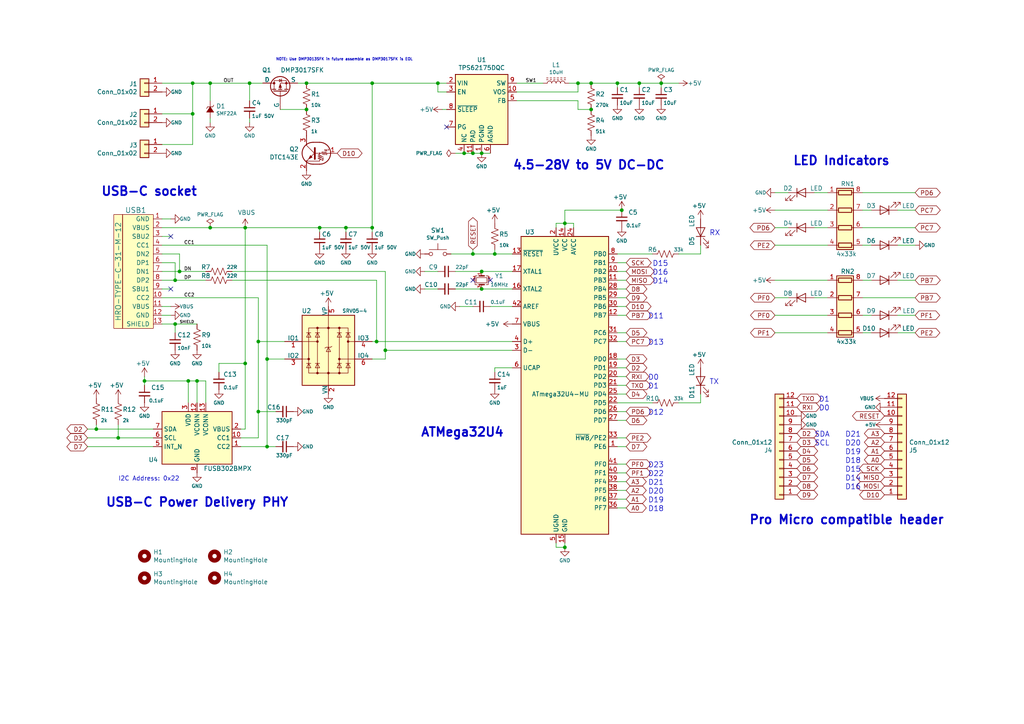
<source format=kicad_sch>
(kicad_sch (version 20211123) (generator eeschema)
  (paper "A4")
  (junction (at 55.88 24.13))
  (junction (at 134.62 44.45))
  (junction (at 72.39 24.13))
  (junction (at 54.61 110.49))
  (junction (at 109.22 99.06))
  (junction (at 167.64 24.13))
  (junction (at 179.07 24.13))
  (junction (at 163.83 158.75))
  (junction (at 127 24.13))
  (junction (at 180.34 60.96))
  (junction (at 50.8 93.98))
  (junction (at 34.29 127))
  (junction (at 139.7 83.82))
  (junction (at 77.47 104.14))
  (junction (at 191.77 24.13))
  (junction (at 41.91 110.49))
  (junction (at 139.7 78.74))
  (junction (at 163.83 64.77))
  (junction (at 74.93 119.38))
  (junction (at 60.96 66.04))
  (junction (at 139.7 44.45))
  (junction (at 137.16 44.45))
  (junction (at 107.95 24.13))
  (junction (at 100.33 66.04))
  (junction (at 52.07 78.74))
  (junction (at 50.8 81.28))
  (junction (at 60.96 24.13))
  (junction (at 92.71 66.04))
  (junction (at 137.16 73.66))
  (junction (at 171.45 31.75))
  (junction (at 77.47 129.54))
  (junction (at 57.15 110.49))
  (junction (at 55.88 33.02))
  (junction (at 171.45 24.13))
  (junction (at 107.95 66.04))
  (junction (at 111.76 101.6))
  (junction (at 185.42 24.13))
  (junction (at 143.51 73.66))
  (junction (at 71.12 105.41))
  (junction (at 74.93 99.06))
  (junction (at 88.9 24.13))
  (junction (at 27.94 124.46))
  (junction (at 88.9 31.75))
  (junction (at 71.12 66.04))
  (no_connect (at 129.54 36.83))
  (no_connect (at 49.53 83.82))
  (no_connect (at 49.53 68.58))
  (no_connect (at 137.16 81.28))
  (no_connect (at 142.24 81.28))
  (wire (pts (xy 69.85 127) (xy 74.93 127)))
  (wire (pts (xy 46.99 71.12) (xy 77.47 71.12)))
  (wire (pts (xy 127 78.74) (xy 123.19 78.74)))
  (wire (pts (xy 77.47 104.14) (xy 77.47 71.12)))
  (wire (pts (xy 46.99 66.04) (xy 60.96 66.04)))
  (wire (pts (xy 67.31 81.28) (xy 109.22 81.28)))
  (wire (pts (xy 137.16 73.66) (xy 130.81 73.66)))
  (wire (pts (xy 166.37 64.77) (xy 163.83 64.77)))
  (wire (pts (xy 49.53 88.9) (xy 46.99 88.9)))
  (wire (pts (xy 63.5 105.41) (xy 71.12 105.41)))
  (wire (pts (xy 179.07 83.82) (xy 181.61 83.82)))
  (wire (pts (xy 191.77 24.13) (xy 196.85 24.13)))
  (wire (pts (xy 50.8 96.52) (xy 50.8 93.98)))
  (wire (pts (xy 127 26.67) (xy 127 24.13)))
  (wire (pts (xy 252.73 91.44) (xy 250.19 91.44)))
  (wire (pts (xy 34.29 123.19) (xy 34.29 127)))
  (wire (pts (xy 92.71 67.31) (xy 92.71 66.04)))
  (wire (pts (xy 69.85 124.46) (xy 71.12 124.46)))
  (wire (pts (xy 71.12 105.41) (xy 71.12 66.04)))
  (wire (pts (xy 163.83 60.96) (xy 163.83 64.77)))
  (wire (pts (xy 161.29 158.75) (xy 161.29 157.48)))
  (wire (pts (xy 49.53 83.82) (xy 46.99 83.82)))
  (wire (pts (xy 46.99 24.13) (xy 55.88 24.13)))
  (wire (pts (xy 82.55 104.14) (xy 77.47 104.14)))
  (wire (pts (xy 44.45 127) (xy 34.29 127)))
  (wire (pts (xy 265.43 60.96) (xy 260.35 60.96)))
  (wire (pts (xy 240.03 66.04) (xy 236.22 66.04)))
  (wire (pts (xy 185.42 24.13) (xy 191.77 24.13)))
  (wire (pts (xy 77.47 129.54) (xy 69.85 129.54)))
  (wire (pts (xy 67.31 78.74) (xy 111.76 78.74)))
  (wire (pts (xy 167.64 26.67) (xy 167.64 24.13)))
  (wire (pts (xy 191.77 24.13) (xy 191.77 25.4)))
  (wire (pts (xy 27.94 124.46) (xy 25.4 124.46)))
  (wire (pts (xy 82.55 99.06) (xy 74.93 99.06)))
  (wire (pts (xy 149.86 29.21) (xy 167.64 29.21)))
  (wire (pts (xy 179.07 109.22) (xy 181.61 109.22)))
  (wire (pts (xy 179.07 86.36) (xy 181.61 86.36)))
  (wire (pts (xy 179.07 91.44) (xy 181.61 91.44)))
  (wire (pts (xy 46.99 93.98) (xy 50.8 93.98)))
  (wire (pts (xy 80.01 119.38) (xy 74.93 119.38)))
  (wire (pts (xy 129.54 26.67) (xy 127 26.67)))
  (wire (pts (xy 179.07 104.14) (xy 181.61 104.14)))
  (wire (pts (xy 137.16 73.66) (xy 137.16 72.39)))
  (wire (pts (xy 49.53 63.5) (xy 46.99 63.5)))
  (wire (pts (xy 107.95 104.14) (xy 111.76 104.14)))
  (wire (pts (xy 143.51 72.39) (xy 143.51 73.66)))
  (wire (pts (xy 196.85 116.84) (xy 203.2 116.84)))
  (wire (pts (xy 34.29 127) (xy 25.4 127)))
  (wire (pts (xy 148.59 106.68) (xy 143.51 106.68)))
  (wire (pts (xy 57.15 110.49) (xy 59.69 110.49)))
  (wire (pts (xy 179.07 134.62) (xy 181.61 134.62)))
  (wire (pts (xy 41.91 110.49) (xy 41.91 111.76)))
  (wire (pts (xy 236.22 86.36) (xy 240.03 86.36)))
  (wire (pts (xy 171.45 24.13) (xy 179.07 24.13)))
  (wire (pts (xy 25.4 129.54) (xy 44.45 129.54)))
  (wire (pts (xy 60.96 29.21) (xy 60.96 24.13)))
  (wire (pts (xy 179.07 116.84) (xy 189.23 116.84)))
  (wire (pts (xy 111.76 78.74) (xy 111.76 101.6)))
  (wire (pts (xy 161.29 64.77) (xy 161.29 66.04)))
  (wire (pts (xy 60.96 34.29) (xy 60.96 35.56)))
  (wire (pts (xy 107.95 67.31) (xy 107.95 66.04)))
  (wire (pts (xy 46.99 73.66) (xy 52.07 73.66)))
  (wire (pts (xy 107.95 24.13) (xy 127 24.13)))
  (wire (pts (xy 179.07 114.3) (xy 181.61 114.3)))
  (wire (pts (xy 54.61 110.49) (xy 54.61 116.84)))
  (wire (pts (xy 100.33 67.31) (xy 100.33 66.04)))
  (wire (pts (xy 92.71 66.04) (xy 100.33 66.04)))
  (wire (pts (xy 179.07 142.24) (xy 181.61 142.24)))
  (wire (pts (xy 139.7 83.82) (xy 148.59 83.82)))
  (wire (pts (xy 134.62 44.45) (xy 132.08 44.45)))
  (wire (pts (xy 148.59 73.66) (xy 143.51 73.66)))
  (wire (pts (xy 59.69 110.49) (xy 59.69 116.84)))
  (wire (pts (xy 46.99 33.02) (xy 55.88 33.02)))
  (wire (pts (xy 55.88 24.13) (xy 60.96 24.13)))
  (wire (pts (xy 148.59 88.9) (xy 142.24 88.9)))
  (wire (pts (xy 41.91 110.49) (xy 54.61 110.49)))
  (wire (pts (xy 185.42 25.4) (xy 185.42 24.13)))
  (wire (pts (xy 265.43 55.88) (xy 250.19 55.88)))
  (wire (pts (xy 77.47 104.14) (xy 77.47 129.54)))
  (wire (pts (xy 134.62 44.45) (xy 137.16 44.45)))
  (wire (pts (xy 46.99 78.74) (xy 52.07 78.74)))
  (wire (pts (xy 179.07 96.52) (xy 181.61 96.52)))
  (wire (pts (xy 143.51 106.68) (xy 143.51 107.95)))
  (wire (pts (xy 111.76 101.6) (xy 111.76 104.14)))
  (wire (pts (xy 71.12 124.46) (xy 71.12 105.41)))
  (wire (pts (xy 52.07 73.66) (xy 52.07 78.74)))
  (wire (pts (xy 52.07 78.74) (xy 59.69 78.74)))
  (wire (pts (xy 224.79 81.28) (xy 240.03 81.28)))
  (wire (pts (xy 57.15 93.98) (xy 50.8 93.98)))
  (wire (pts (xy 59.69 81.28) (xy 50.8 81.28)))
  (wire (pts (xy 260.35 96.52) (xy 265.43 96.52)))
  (wire (pts (xy 179.07 25.4) (xy 179.07 24.13)))
  (wire (pts (xy 49.53 91.44) (xy 46.99 91.44)))
  (wire (pts (xy 50.8 76.2) (xy 50.8 81.28)))
  (wire (pts (xy 46.99 81.28) (xy 50.8 81.28)))
  (wire (pts (xy 57.15 110.49) (xy 57.15 116.84)))
  (wire (pts (xy 46.99 76.2) (xy 50.8 76.2)))
  (wire (pts (xy 224.79 91.44) (xy 240.03 91.44)))
  (wire (pts (xy 179.07 76.2) (xy 181.61 76.2)))
  (wire (pts (xy 179.07 73.66) (xy 189.23 73.66)))
  (wire (pts (xy 74.93 99.06) (xy 74.93 86.36)))
  (wire (pts (xy 224.79 71.12) (xy 240.03 71.12)))
  (wire (pts (xy 148.59 99.06) (xy 109.22 99.06)))
  (wire (pts (xy 163.83 158.75) (xy 161.29 158.75)))
  (wire (pts (xy 179.07 121.92) (xy 181.61 121.92)))
  (wire (pts (xy 163.83 158.75) (xy 163.83 157.48)))
  (wire (pts (xy 179.07 88.9) (xy 181.61 88.9)))
  (wire (pts (xy 224.79 60.96) (xy 240.03 60.96)))
  (wire (pts (xy 44.45 124.46) (xy 27.94 124.46)))
  (wire (pts (xy 224.79 96.52) (xy 240.03 96.52)))
  (wire (pts (xy 107.95 99.06) (xy 109.22 99.06)))
  (wire (pts (xy 139.7 83.82) (xy 132.08 83.82)))
  (wire (pts (xy 49.53 68.58) (xy 46.99 68.58)))
  (wire (pts (xy 143.51 73.66) (xy 137.16 73.66)))
  (wire (pts (xy 109.22 81.28) (xy 109.22 99.06)))
  (wire (pts (xy 72.39 29.21) (xy 72.39 24.13)))
  (wire (pts (xy 179.07 106.68) (xy 181.61 106.68)))
  (wire (pts (xy 228.6 66.04) (xy 224.79 66.04)))
  (wire (pts (xy 86.36 24.13) (xy 88.9 24.13)))
  (wire (pts (xy 148.59 101.6) (xy 111.76 101.6)))
  (wire (pts (xy 166.37 66.04) (xy 166.37 64.77)))
  (wire (pts (xy 180.34 60.96) (xy 163.83 60.96)))
  (wire (pts (xy 41.91 110.49) (xy 41.91 109.22)))
  (wire (pts (xy 137.16 88.9) (xy 133.35 88.9)))
  (wire (pts (xy 167.64 31.75) (xy 167.64 29.21)))
  (wire (pts (xy 167.64 24.13) (xy 171.45 24.13)))
  (wire (pts (xy 54.61 110.49) (xy 57.15 110.49)))
  (wire (pts (xy 265.43 86.36) (xy 250.19 86.36)))
  (wire (pts (xy 179.07 144.78) (xy 181.61 144.78)))
  (wire (pts (xy 139.7 44.45) (xy 142.24 44.45)))
  (wire (pts (xy 228.6 55.88) (xy 224.79 55.88)))
  (wire (pts (xy 179.07 99.06) (xy 181.61 99.06)))
  (wire (pts (xy 149.86 24.13) (xy 157.48 24.13)))
  (wire (pts (xy 252.73 96.52) (xy 250.19 96.52)))
  (wire (pts (xy 167.64 31.75) (xy 171.45 31.75)))
  (wire (pts (xy 129.54 24.13) (xy 127 24.13)))
  (wire (pts (xy 71.12 66.04) (xy 92.71 66.04)))
  (wire (pts (xy 179.07 81.28) (xy 181.61 81.28)))
  (wire (pts (xy 179.07 139.7) (xy 181.61 139.7)))
  (wire (pts (xy 60.96 24.13) (xy 72.39 24.13)))
  (wire (pts (xy 179.07 127) (xy 181.61 127)))
  (wire (pts (xy 250.19 66.04) (xy 265.43 66.04)))
  (wire (pts (xy 250.19 81.28) (xy 252.73 81.28)))
  (wire (pts (xy 139.7 78.74) (xy 148.59 78.74)))
  (wire (pts (xy 60.96 66.04) (xy 71.12 66.04)))
  (wire (pts (xy 107.95 24.13) (xy 107.95 66.04)))
  (wire (pts (xy 63.5 107.95) (xy 63.5 105.41)))
  (wire (pts (xy 240.03 55.88) (xy 236.22 55.88)))
  (wire (pts (xy 88.9 24.13) (xy 107.95 24.13)))
  (wire (pts (xy 163.83 64.77) (xy 161.29 64.77)))
  (wire (pts (xy 139.7 78.74) (xy 132.08 78.74)))
  (wire (pts (xy 74.93 127) (xy 74.93 119.38)))
  (wire (pts (xy 167.64 24.13) (xy 165.1 24.13)))
  (wire (pts (xy 137.16 44.45) (xy 139.7 44.45)))
  (wire (pts (xy 179.07 119.38) (xy 181.61 119.38)))
  (wire (pts (xy 46.99 41.91) (xy 55.88 41.91)))
  (wire (pts (xy 265.43 91.44) (xy 260.35 91.44)))
  (wire (pts (xy 179.07 147.32) (xy 181.61 147.32)))
  (wire (pts (xy 179.07 129.54) (xy 181.61 129.54)))
  (wire (pts (xy 252.73 71.12) (xy 250.19 71.12)))
  (wire (pts (xy 74.93 119.38) (xy 74.93 99.06)))
  (wire (pts (xy 179.07 111.76) (xy 181.61 111.76)))
  (wire (pts (xy 149.86 26.67) (xy 167.64 26.67)))
  (wire (pts (xy 179.07 24.13) (xy 185.42 24.13)))
  (wire (pts (xy 81.28 31.75) (xy 88.9 31.75)))
  (wire (pts (xy 196.85 73.66) (xy 203.2 73.66)))
  (wire (pts (xy 127 83.82) (xy 123.19 83.82)))
  (wire (pts (xy 27.94 123.19) (xy 27.94 124.46)))
  (wire (pts (xy 203.2 71.12) (xy 203.2 73.66)))
  (wire (pts (xy 179.07 78.74) (xy 181.61 78.74)))
  (wire (pts (xy 179.07 137.16) (xy 181.61 137.16)))
  (wire (pts (xy 203.2 114.3) (xy 203.2 116.84)))
  (wire (pts (xy 72.39 35.56) (xy 72.39 34.29)))
  (wire (pts (xy 265.43 71.12) (xy 260.35 71.12)))
  (wire (pts (xy 252.73 60.96) (xy 250.19 60.96)))
  (wire (pts (xy 163.83 66.04) (xy 163.83 64.77)))
  (wire (pts (xy 55.88 24.13) (xy 55.88 33.02)))
  (wire (pts (xy 72.39 24.13) (xy 76.2 24.13)))
  (wire (pts (xy 100.33 66.04) (xy 107.95 66.04)))
  (wire (pts (xy 224.79 86.36) (xy 228.6 86.36)))
  (wire (pts (xy 55.88 33.02) (xy 55.88 41.91)))
  (wire (pts (xy 129.54 31.75) (xy 128.27 31.75)))
  (wire (pts (xy 46.99 86.36) (xy 74.93 86.36)))
  (wire (pts (xy 80.01 129.54) (xy 77.47 129.54)))
  (wire (pts (xy 260.35 81.28) (xy 265.43 81.28)))
  (text "D21" (at 187.96 140.97 0) (effects (font (size 1.524 1.524)) (justify left bottom)))
  (text "D23" (at 187.96 135.89 0) (effects (font (size 1.524 1.524)) (justify left bottom)))
  (text "I2C Address: 0x22" (at 34.29 139.7 0) (effects (font (size 1.27 1.27)) (justify left bottom)))
  (text "D18" (at 245.11 134.62 0) (effects (font (size 1.524 1.524)) (justify left bottom)))
  (text "SCL" (at 236.22 129.54 0) (effects (font (size 1.524 1.524)) (justify left bottom)))
  (text "D15" (at 245.11 137.16 0) (effects (font (size 1.524 1.524)) (justify left bottom)))
  (text "USB-C socket" (at 29.21 57.15 0) (effects (font (size 2.54 2.54) (thickness 0.508) bold) (justify left bottom)))
  (text "D16" (at 245.11 142.24 0) (effects (font (size 1.524 1.524)) (justify left bottom)))
  (text "D12" (at 187.96 120.65 0) (effects (font (size 1.524 1.524)) (justify left bottom)))
  (text "D1" (at 187.96 113.03 0) (effects (font (size 1.524 1.524)) (justify left bottom)))
  (text "D20" (at 245.11 129.54 0) (effects (font (size 1.524 1.524)) (justify left bottom)))
  (text "D14" (at 189.23 82.55 0) (effects (font (size 1.524 1.524)) (justify left bottom)))
  (text "D20" (at 187.96 143.51 0) (effects (font (size 1.524 1.524)) (justify left bottom)))
  (text "D11" (at 187.96 92.71 0) (effects (font (size 1.524 1.524)) (justify left bottom)))
  (text "ATMega32U4" (at 121.92 127 0) (effects (font (size 2.54 2.54) (thickness 0.508) bold) (justify left bottom)))
  (text "Pro Micro compatible header" (at 217.17 152.4 0) (effects (font (size 2.54 2.54) (thickness 0.508) bold) (justify left bottom)))
  (text "D13" (at 187.96 100.33 0) (effects (font (size 1.524 1.524)) (justify left bottom)))
  (text "4.5-28V to 5V DC-DC" (at 148.59 49.53 0) (effects (font (size 2.54 2.54) (thickness 0.508) bold) (justify left bottom)))
  (text "D19" (at 187.96 146.05 0) (effects (font (size 1.524 1.524)) (justify left bottom)))
  (text "D0" (at 187.96 110.49 0) (effects (font (size 1.524 1.524)) (justify left bottom)))
  (text "D21" (at 245.11 127 0) (effects (font (size 1.524 1.524)) (justify left bottom)))
  (text "D1" (at 237.49 116.84 0) (effects (font (size 1.524 1.524)) (justify left bottom)))
  (text "D14" (at 245.11 139.7 0) (effects (font (size 1.524 1.524)) (justify left bottom)))
  (text "SDA" (at 236.22 127 0) (effects (font (size 1.524 1.524)) (justify left bottom)))
  (text "NOTE: Use DMP3013SFK in future assemble as DMP3017SFK is EOL" (at 80.01 17.78 0) (effects (font (size 0.762 0.762)) (justify left bottom)))
  (text "D0" (at 237.49 119.38 0) (effects (font (size 1.524 1.524)) (justify left bottom)))
  (text "RX" (at 205.74 68.58 0) (effects (font (size 1.524 1.524)) (justify left bottom)))
  (text "TX" (at 205.74 111.76 0) (effects (font (size 1.524 1.524)) (justify left bottom)))
  (text "D18" (at 187.96 148.59 0) (effects (font (size 1.524 1.524)) (justify left bottom)))
  (text "LED Indicators" (at 229.87 48.26 0) (effects (font (size 2.54 2.54) (thickness 0.508) bold) (justify left bottom)))
  (text "D16" (at 189.23 80.01 0) (effects (font (size 1.524 1.524)) (justify left bottom)))
  (text "D15" (at 189.23 77.47 0) (effects (font (size 1.524 1.524)) (justify left bottom)))
  (text "D22" (at 187.96 138.43 0) (effects (font (size 1.524 1.524)) (justify left bottom)))
  (text "D19" (at 245.11 132.08 0) (effects (font (size 1.524 1.524)) (justify left bottom)))
  (text "USB-C Power Delivery PHY" (at 83.82 147.32 180) (effects (font (size 2.54 2.54) (thickness 0.508) bold) (justify right bottom)))
  (label "CC2" (at 53.34 86.36 0) (effects (font (size 0.9906 0.9906))))
  (label "SHIELD" (at 52.07 93.98 0) (effects (font (size 0.7874 0.7874))))
  (label "DP" (at 53.34 81.28 0) (effects (font (size 0.9906 0.9906))))
  (label "OUT" (at 64.77 24.13 0) (effects (font (size 0.9906 0.9906))))
  (label "CC1" (at 53.34 71.12 0) (effects (font (size 0.9906 0.9906))))
  (label "SW1" (at 152.4 24.13 0) (effects (font (size 0.9906 0.9906))))
  (label "DN" (at 53.34 78.74 0) (effects (font (size 0.9906 0.9906))))
  (global_label "PF0" (shape bidirectional) (at 224.79 86.36 180) (property "Intersheet References" "${INTERSHEET_REFS}" (effects hide)))
  (global_label "MOSI" (shape bidirectional) (at 256.54 140.97 180) (property "Intersheet References" "${INTERSHEET_REFS}" (effects hide)))
  (global_label "A0" (shape bidirectional) (at 181.61 147.32 0) (property "Intersheet References" "${INTERSHEET_REFS}" (effects hide)))
  (global_label "A0" (shape bidirectional) (at 256.54 133.35 180) (property "Intersheet References" "${INTERSHEET_REFS}" (effects hide)))
  (global_label "PC7" (shape bidirectional) (at 265.43 66.04 0) (property "Intersheet References" "${INTERSHEET_REFS}" (effects hide)))
  (global_label "TXO" (shape bidirectional) (at 231.14 115.57 0) (property "Intersheet References" "${INTERSHEET_REFS}" (effects hide)))
  (global_label "PE2" (shape bidirectional) (at 224.79 71.12 180) (property "Intersheet References" "${INTERSHEET_REFS}" (effects hide)))
  (global_label "RESET" (shape bidirectional) (at 137.16 72.39 90) (property "Intersheet References" "${INTERSHEET_REFS}" (effects hide)))
  (global_label "PB7" (shape bidirectional) (at 265.43 86.36 0) (property "Intersheet References" "${INTERSHEET_REFS}" (effects hide)))
  (global_label "D2" (shape bidirectional) (at 25.4 124.46 180) (property "Intersheet References" "${INTERSHEET_REFS}" (effects hide)))
  (global_label "RXI" (shape bidirectional) (at 181.61 109.22 0) (property "Intersheet References" "${INTERSHEET_REFS}" (effects hide)))
  (global_label "MISO" (shape bidirectional) (at 256.54 138.43 180) (property "Intersheet References" "${INTERSHEET_REFS}" (effects hide)))
  (global_label "A3" (shape bidirectional) (at 256.54 125.73 180) (property "Intersheet References" "${INTERSHEET_REFS}" (effects hide)))
  (global_label "D3" (shape bidirectional) (at 181.61 104.14 0) (property "Intersheet References" "${INTERSHEET_REFS}" (effects hide)))
  (global_label "MOSI" (shape bidirectional) (at 181.61 78.74 0) (property "Intersheet References" "${INTERSHEET_REFS}" (effects hide)))
  (global_label "D7" (shape bidirectional) (at 231.14 138.43 0) (property "Intersheet References" "${INTERSHEET_REFS}" (effects hide)))
  (global_label "PD6" (shape bidirectional) (at 181.61 119.38 0) (property "Intersheet References" "${INTERSHEET_REFS}" (effects hide)))
  (global_label "PD6" (shape bidirectional) (at 224.79 66.04 180) (property "Intersheet References" "${INTERSHEET_REFS}" (effects hide)))
  (global_label "D10" (shape bidirectional) (at 256.54 143.51 180) (property "Intersheet References" "${INTERSHEET_REFS}" (effects hide)))
  (global_label "PF0" (shape bidirectional) (at 224.79 91.44 180) (property "Intersheet References" "${INTERSHEET_REFS}" (effects hide)))
  (global_label "PB7" (shape bidirectional) (at 181.61 91.44 0) (property "Intersheet References" "${INTERSHEET_REFS}" (effects hide)))
  (global_label "MISO" (shape bidirectional) (at 181.61 81.28 0) (property "Intersheet References" "${INTERSHEET_REFS}" (effects hide)))
  (global_label "D9" (shape bidirectional) (at 231.14 143.51 0) (property "Intersheet References" "${INTERSHEET_REFS}" (effects hide)))
  (global_label "D4" (shape bidirectional) (at 181.61 114.3 0) (property "Intersheet References" "${INTERSHEET_REFS}" (effects hide)))
  (global_label "D7" (shape bidirectional) (at 181.61 129.54 0) (property "Intersheet References" "${INTERSHEET_REFS}" (effects hide)))
  (global_label "D2" (shape bidirectional) (at 231.14 125.73 0) (property "Intersheet References" "${INTERSHEET_REFS}" (effects hide)))
  (global_label "D3" (shape bidirectional) (at 231.14 128.27 0) (property "Intersheet References" "${INTERSHEET_REFS}" (effects hide)))
  (global_label "A2" (shape bidirectional) (at 256.54 128.27 180) (property "Intersheet References" "${INTERSHEET_REFS}" (effects hide)))
  (global_label "SCK" (shape bidirectional) (at 181.61 76.2 0) (property "Intersheet References" "${INTERSHEET_REFS}" (effects hide)))
  (global_label "TXO" (shape bidirectional) (at 181.61 111.76 0) (property "Intersheet References" "${INTERSHEET_REFS}" (effects hide)))
  (global_label "PC7" (shape bidirectional) (at 265.43 60.96 0) (property "Intersheet References" "${INTERSHEET_REFS}" (effects hide)))
  (global_label "PF1" (shape bidirectional) (at 265.43 91.44 0) (property "Intersheet References" "${INTERSHEET_REFS}" (effects hide)))
  (global_label "PE2" (shape bidirectional) (at 181.61 127 0) (property "Intersheet References" "${INTERSHEET_REFS}" (effects hide)))
  (global_label "PE2" (shape bidirectional) (at 265.43 96.52 0) (property "Intersheet References" "${INTERSHEET_REFS}" (effects hide)))
  (global_label "A3" (shape bidirectional) (at 181.61 139.7 0) (property "Intersheet References" "${INTERSHEET_REFS}" (effects hide)))
  (global_label "D10" (shape bidirectional) (at 97.79 44.45 0) (property "Intersheet References" "${INTERSHEET_REFS}" (effects hide)))
  (global_label "A1" (shape bidirectional) (at 181.61 144.78 0) (property "Intersheet References" "${INTERSHEET_REFS}" (effects hide)))
  (global_label "D5" (shape bidirectional) (at 231.14 133.35 0) (property "Intersheet References" "${INTERSHEET_REFS}" (effects hide)))
  (global_label "D3" (shape bidirectional) (at 25.4 127 180) (property "Intersheet References" "${INTERSHEET_REFS}" (effects hide)))
  (global_label "D4" (shape bidirectional) (at 231.14 130.81 0) (property "Intersheet References" "${INTERSHEET_REFS}" (effects hide)))
  (global_label "PF1" (shape bidirectional) (at 224.79 96.52 180) (property "Intersheet References" "${INTERSHEET_REFS}" (effects hide)))
  (global_label "D7" (shape bidirectional) (at 25.4 129.54 180) (property "Intersheet References" "${INTERSHEET_REFS}" (effects hide)))
  (global_label "D8" (shape bidirectional) (at 231.14 140.97 0) (property "Intersheet References" "${INTERSHEET_REFS}" (effects hide)))
  (global_label "D8" (shape bidirectional) (at 181.61 83.82 0) (property "Intersheet References" "${INTERSHEET_REFS}" (effects hide)))
  (global_label "D6" (shape bidirectional) (at 231.14 135.89 0) (property "Intersheet References" "${INTERSHEET_REFS}" (effects hide)))
  (global_label "A1" (shape bidirectional) (at 256.54 130.81 180) (property "Intersheet References" "${INTERSHEET_REFS}" (effects hide)))
  (global_label "D6" (shape bidirectional) (at 181.61 121.92 0) (property "Intersheet References" "${INTERSHEET_REFS}" (effects hide)))
  (global_label "RESET" (shape bidirectional) (at 256.54 120.65 180) (property "Intersheet References" "${INTERSHEET_REFS}" (effects hide)))
  (global_label "PB7" (shape bidirectional) (at 265.43 81.28 0) (property "Intersheet References" "${INTERSHEET_REFS}" (effects hide)))
  (global_label "D10" (shape bidirectional) (at 181.61 88.9 0) (property "Intersheet References" "${INTERSHEET_REFS}" (effects hide)))
  (global_label "SCK" (shape bidirectional) (at 256.54 135.89 180) (property "Intersheet References" "${INTERSHEET_REFS}" (effects hide)))
  (global_label "D9" (shape bidirectional) (at 181.61 86.36 0) (property "Intersheet References" "${INTERSHEET_REFS}" (effects hide)))
  (global_label "D5" (shape bidirectional) (at 181.61 96.52 0) (property "Intersheet References" "${INTERSHEET_REFS}" (effects hide)))
  (global_label "D2" (shape bidirectional) (at 181.61 106.68 0) (property "Intersheet References" "${INTERSHEET_REFS}" (effects hide)))
  (global_label "PD6" (shape bidirectional) (at 265.43 55.88 0) (property "Intersheet References" "${INTERSHEET_REFS}" (effects hide)))
  (global_label "PF0" (shape bidirectional) (at 181.61 134.62 0) (property "Intersheet References" "${INTERSHEET_REFS}" (effects hide)))
  (global_label "A2" (shape bidirectional) (at 181.61 142.24 0) (property "Intersheet References" "${INTERSHEET_REFS}" (effects hide)))
  (global_label "PF1" (shape bidirectional) (at 181.61 137.16 0) (property "Intersheet References" "${INTERSHEET_REFS}" (effects hide)))
  (global_label "PC7" (shape bidirectional) (at 181.61 99.06 0) (property "Intersheet References" "${INTERSHEET_REFS}" (effects hide)))
  (global_label "RXI" (shape bidirectional) (at 231.14 118.11 0) (property "Intersheet References" "${INTERSHEET_REFS}" (effects hide)))
  (symbol (lib_id "-Chip:FUSB302BMPX") (at 57.15 127 0) (unit 1)
    (property "Reference" "U4" (at 44.45 133.35 0))
    (property "Value" "FUSB302BMPX" (at 66.04 135.89 0))
    (property "Footprint" "-Chip:WQFN-14-1EP_2.5x2.5mm_P0.5mm_EP1.45x1.45mm" (effects hide))
    (property "Datasheet" "http://www.onsemi.com/pub/Collateral/FUSB302B-D.PDF" (effects hide))
  )
  (symbol (lib_id "-Passive:C") (at 82.55 119.38 270) (unit 1)
    (property "Reference" "C16" (at 77.47 118.11 90) (effects (justify left)))
    (property "Value" "330pF" (at 80.01 121.92 90) (effects (font (size 1.016 1.016)) (justify left)))
    (property "Footprint" "-Passive:C_0603" (effects hide))
  )
  (symbol (lib_id "-Passive:C") (at 82.55 129.54 270) (unit 1)
    (property "Reference" "C17" (at 80.01 127 90) (effects (justify left)))
    (property "Value" "330pF" (at 80.01 132.08 90) (effects (font (size 1.016 1.016)) (justify left)))
    (property "Footprint" "-Passive:C_0603" (effects hide))
  )
  (symbol (lib_id "-Flag:GND") (at 85.09 129.54 90) (unit 1)
    (property "Reference" "#PWR051" (effects hide))
    (property "Value" "GND" (at 87.63 129.54 90) (effects (font (size 1.016 1.016)) (justify right)))
  )
  (symbol (lib_id "-Flag:GND") (at 85.09 119.38 90) (unit 1)
    (property "Reference" "#PWR047" (effects hide))
    (property "Value" "GND" (at 87.63 119.38 90) (effects (font (size 1.016 1.016)) (justify right)))
  )
  (symbol (lib_id "-Flag:GND") (at 95.25 114.3 0) (unit 1)
    (property "Reference" "#PWR041" (effects hide))
    (property "Value" "GND" (at 95.25 118.11 0) (effects (font (size 1.016 1.016))))
  )
  (symbol (lib_id "-Flag:GND") (at 50.8 101.6 0) (unit 1)
    (property "Reference" "#PWR035" (effects hide))
    (property "Value" "GND" (at 50.8 105.41 0) (effects (font (size 1.016 1.016))))
  )
  (symbol (lib_id "-Flag:GND") (at 57.15 101.6 0) (unit 1)
    (property "Reference" "#PWR036" (effects hide))
    (property "Value" "GND" (at 57.15 105.41 0) (effects (font (size 1.016 1.016))))
  )
  (symbol (lib_id "-Flag:GND") (at 57.15 137.16 0) (unit 1)
    (property "Reference" "#PWR052" (effects hide))
    (property "Value" "GND" (at 57.15 140.97 0) (effects (font (size 1.016 1.016))))
  )
  (symbol (lib_id "-Passive:C") (at 92.71 69.85 0) (unit 1)
    (property "Reference" "C6" (at 93.345 67.945 0) (effects (justify left)))
    (property "Value" "1uF 50V" (at 93.345 71.755 0) (effects (font (size 1.016 1.016)) (justify left)))
    (property "Footprint" "-Passive:C_0805" (effects hide))
  )
  (symbol (lib_id "-Passive:C") (at 107.95 69.85 0) (unit 1)
    (property "Reference" "C8" (at 108.585 67.945 0) (effects (justify left)))
    (property "Value" "1uF 50V" (at 108.585 71.755 0) (effects (font (size 1.016 1.016)) (justify left)))
    (property "Footprint" "-Passive:C_0805" (effects hide))
  )
  (symbol (lib_id "-Flag:GND") (at 92.71 72.39 0) (unit 1)
    (property "Reference" "#PWR023" (effects hide))
    (property "Value" "GND" (at 92.71 76.2 0) (effects (font (size 1.016 1.016))))
  )
  (symbol (lib_id "-Flag:GND") (at 107.95 72.39 0) (unit 1)
    (property "Reference" "#PWR025" (effects hide))
    (property "Value" "GND" (at 107.95 76.2 0) (effects (font (size 1.016 1.016))))
  )
  (symbol (lib_id "-Flag:GND") (at 41.91 116.84 0) (unit 1)
    (property "Reference" "#PWR045" (effects hide))
    (property "Value" "GND" (at 41.91 120.65 0) (effects (font (size 1.016 1.016))))
  )
  (symbol (lib_id "-Passive:C") (at 41.91 114.3 0) (unit 1)
    (property "Reference" "C15" (at 43.815 112.395 0) (effects (justify left)))
    (property "Value" "0.1uF" (at 43.18 116.205 0) (effects (font (size 1.016 1.016)) (justify left)))
    (property "Footprint" "-Passive:C_0603" (effects hide))
  )
  (symbol (lib_id "-Passive:C") (at 100.33 69.85 0) (unit 1)
    (property "Reference" "C7" (at 100.965 67.945 0) (effects (justify left)))
    (property "Value" "1uF 50V" (at 100.965 71.755 0) (effects (font (size 1.016 1.016)) (justify left)))
    (property "Footprint" "-Passive:C_0805" (effects hide))
  )
  (symbol (lib_id "-Flag:GND") (at 100.33 72.39 0) (unit 1)
    (property "Reference" "#PWR024" (effects hide))
    (property "Value" "GND" (at 100.33 76.2 0) (effects (font (size 1.016 1.016))))
  )
  (symbol (lib_id "-Passive:R_Pack04") (at 245.11 63.5 0) (unit 1)
    (property "Reference" "RN1" (at 243.84 53.34 0) (effects (justify left)))
    (property "Value" "4x33k" (at 242.57 73.66 0) (effects (justify left)))
    (property "Footprint" "-Passive:R_Array_Convex_4x0603" (effects hide))
  )
  (symbol (lib_id "-Passive:R_Pack04") (at 245.11 88.9 0) (unit 1)
    (property "Reference" "RN2" (at 243.84 78.74 0) (effects (justify left)))
    (property "Value" "4x33k" (at 242.57 99.06 0) (effects (justify left)))
    (property "Footprint" "-Passive:R_Array_Convex_4x0603" (effects hide))
  )
  (symbol (lib_id "-Passive:C") (at 180.34 63.5 0) (unit 1)
    (property "Reference" "C5" (at 182.245 61.595 0) (effects (justify left)))
    (property "Value" "0.1uF" (at 181.61 65.405 0) (effects (font (size 1.016 1.016)) (justify left)))
    (property "Footprint" "-Passive:C_0603" (effects hide))
  )
  (symbol (lib_id "-Flag:GND") (at 180.34 66.04 0) (unit 1)
    (property "Reference" "#PWR021" (effects hide))
    (property "Value" "GND" (at 180.34 69.85 0) (effects (font (size 1.016 1.016))))
  )
  (symbol (lib_id "-Discrete:LED") (at 256.54 71.12 180) (unit 1)
    (property "Reference" "D6" (at 254 69.85 0) (effects (justify left)))
    (property "Value" "LED" (at 261.62 69.85 0) (effects (justify right)))
    (property "Footprint" "-Discrete:LED_0603_1608Metric" (effects hide))
  )
  (symbol (lib_id "-Flag:+5V") (at 95.25 88.9 0) (unit 1)
    (property "Reference" "#PWR031" (effects hide))
    (property "Value" "+5V" (at 92.71 85.09 0) (effects (justify left)))
  )
  (symbol (lib_id "-Discrete:LED") (at 232.41 86.36 0) (unit 1)
    (property "Reference" "D8" (at 229.87 85.09 0) (effects (justify right)))
    (property "Value" "LED" (at 234.95 85.09 0) (effects (justify left)))
    (property "Footprint" "-Discrete:LED_0603_1608Metric" (effects hide))
  )
  (symbol (lib_id "-Discrete:LED") (at 256.54 81.28 180) (unit 1)
    (property "Reference" "D7" (at 254 80.01 0) (effects (justify left)))
    (property "Value" "LED" (at 261.62 80.01 0) (effects (justify right)))
    (property "Footprint" "-Discrete:LED_0603_1608Metric" (effects hide))
  )
  (symbol (lib_id "-Flag:GND") (at 224.79 55.88 270) (unit 1)
    (property "Reference" "#PWR014" (effects hide))
    (property "Value" "GND" (at 222.25 55.88 90) (effects (font (size 1.016 1.016)) (justify right)))
  )
  (symbol (lib_id "-Discrete:LED") (at 256.54 96.52 180) (unit 1)
    (property "Reference" "D10" (at 254 95.25 0) (effects (justify left)))
    (property "Value" "LED" (at 261.62 95.25 0) (effects (justify right)))
    (property "Footprint" "-Discrete:LED_0603_1608Metric" (effects hide))
  )
  (symbol (lib_id "-Discrete:LED") (at 256.54 91.44 180) (unit 1)
    (property "Reference" "D9" (at 254 90.17 0) (effects (justify left)))
    (property "Value" "LED" (at 265.43 90.17 0) (effects (justify left)))
    (property "Footprint" "-Discrete:LED_0603_1608Metric" (effects hide))
  )
  (symbol (lib_id "-Connector:Conn_01x02") (at 41.91 41.91 0) (mirror y) (unit 1)
    (property "Reference" "J3" (at 39.878 42.1132 0) (effects (justify left)))
    (property "Value" "Conn_01x02" (at 39.878 44.4246 0) (effects (justify left)))
    (property "Footprint" "-Connector:TerminalBlock_3.5mm_2P" (effects hide))
  )
  (symbol (lib_id "-Passive:R") (at 193.04 73.66 270) (unit 1)
    (property "Reference" "R6" (at 189.23 72.39 90))
    (property "Value" "33k" (at 196.85 72.39 90) (effects (font (size 1.016 1.016))))
    (property "Footprint" "-Passive:R_0603" (effects hide))
  )
  (symbol (lib_id "-Discrete:LED") (at 203.2 110.49 90) (unit 1)
    (property "Reference" "D11" (at 200.66 111.76 0) (effects (justify right)))
    (property "Value" "LED" (at 200.66 105.41 0) (effects (justify right)))
    (property "Footprint" "-Discrete:LED_0603_1608Metric" (effects hide))
  )
  (symbol (lib_id "-Passive:R") (at 193.04 116.84 270) (unit 1)
    (property "Reference" "R10" (at 189.23 115.57 90))
    (property "Value" "33k" (at 196.85 115.57 90) (effects (font (size 1.016 1.016))))
    (property "Footprint" "-Passive:R_0603" (effects hide))
  )
  (symbol (lib_id "-Passive:C") (at 143.51 110.49 0) (unit 1)
    (property "Reference" "C14" (at 144.145 108.585 0) (effects (justify left)))
    (property "Value" "1uF" (at 144.145 112.395 0) (effects (font (size 1.016 1.016)) (justify left)))
    (property "Footprint" "-Passive:C_0603" (effects hide))
  )
  (symbol (lib_id "-Flag:GND") (at 143.51 113.03 0) (unit 1)
    (property "Reference" "#PWR040" (effects hide))
    (property "Value" "GND" (at 143.51 116.84 0) (effects (font (size 1.016 1.016))))
  )
  (symbol (lib_id "-Discrete:LED") (at 203.2 67.31 90) (unit 1)
    (property "Reference" "D5" (at 200.66 68.58 0) (effects (justify right)))
    (property "Value" "LED" (at 200.66 62.23 0) (effects (justify right)))
    (property "Footprint" "-Discrete:LED_0603_1608Metric" (effects hide))
  )
  (symbol (lib_id "-Discrete:LED") (at 256.54 60.96 180) (unit 1)
    (property "Reference" "D3" (at 254 59.69 0) (effects (justify left)))
    (property "Value" "LED" (at 261.62 59.69 0) (effects (justify right)))
    (property "Footprint" "-Discrete:LED_0603_1608Metric" (effects hide))
  )
  (symbol (lib_id "-Flag:+5V") (at 224.79 60.96 90) (unit 1)
    (property "Reference" "#PWR016" (effects hide))
    (property "Value" "+5V" (at 222.25 60.96 90) (effects (justify left)))
  )
  (symbol (lib_id "-Discrete:LED") (at 232.41 66.04 0) (unit 1)
    (property "Reference" "D4" (at 229.87 64.77 0) (effects (justify right)))
    (property "Value" "LED" (at 234.95 64.77 0) (effects (justify left)))
    (property "Footprint" "-Discrete:LED_0603_1608Metric" (effects hide))
  )
  (symbol (lib_id "-Discrete:LED") (at 232.41 55.88 0) (unit 1)
    (property "Reference" "D2" (at 229.87 54.61 0) (effects (justify right)))
    (property "Value" "LED" (at 234.95 54.61 0) (effects (justify left)))
    (property "Footprint" "-Discrete:LED_0603_1608Metric" (effects hide))
  )
  (symbol (lib_id "-Flag:GND") (at 256.54 118.11 270) (unit 1)
    (property "Reference" "#PWR046" (effects hide))
    (property "Value" "GND" (at 254 118.11 90) (effects (font (size 1.016 1.016)) (justify right)))
  )
  (symbol (lib_id "-Flag:+5V") (at 256.54 123.19 90) (unit 1)
    (property "Reference" "#PWR050" (effects hide))
    (property "Value" "+5V" (at 254 123.19 90) (effects (font (size 1.016 1.016)) (justify left)))
  )
  (symbol (lib_id "-Passive:C") (at 139.7 88.9 270) (unit 1)
    (property "Reference" "C11" (at 134.62 87.63 90) (effects (justify left)))
    (property "Value" "0.1uF" (at 142.24 87.63 90) (effects (font (size 1.016 1.016)) (justify left)))
    (property "Footprint" "-Passive:C_0603" (effects hide))
  )
  (symbol (lib_id "-Flag:GND") (at 133.35 88.9 270) (unit 1)
    (property "Reference" "#PWR032" (effects hide))
    (property "Value" "GND" (at 130.81 88.9 90) (effects (font (size 1.016 1.016)) (justify right)))
  )
  (symbol (lib_id "-Switch:SW_Push") (at 127 73.66 0) (unit 1)
    (property "Reference" "SW1" (at 127 66.8274 0))
    (property "Value" "SW_Push" (at 127 68.961 0) (effects (font (size 1.016 1.016))))
    (property "Footprint" "-Switch:SW_SPST_3.5x3mm" (effects hide))
  )
  (symbol (lib_id "-Flag:GND") (at 123.19 73.66 270) (unit 1)
    (property "Reference" "#PWR026" (effects hide))
    (property "Value" "GND" (at 120.65 73.66 90) (effects (font (size 1.016 1.016)) (justify right)))
  )
  (symbol (lib_id "-Passive:R") (at 143.51 68.58 0) (unit 1)
    (property "Reference" "R5" (at 144.78 67.945 0) (effects (justify left)))
    (property "Value" "10k" (at 144.78 71.12 0) (effects (font (size 1.016 1.016)) (justify left)))
    (property "Footprint" "-Passive:R_0603" (effects hide))
  )
  (symbol (lib_id "-Flag:+5V") (at 143.51 64.77 0) (unit 1)
    (property "Reference" "#PWR019" (effects hide))
    (property "Value" "+5V" (at 140.97 60.96 0) (effects (justify left)))
  )
  (symbol (lib_id "-Flag:+5V") (at 128.27 31.75 90) (unit 1)
    (property "Reference" "#PWR06" (effects hide))
    (property "Value" "+5V" (at 125.73 31.75 90) (effects (justify left)))
  )
  (symbol (lib_id "-Discrete:DMP3017SFK") (at 81.28 26.67 90) (unit 1)
    (property "Reference" "Q1" (at 78.74 20.32 90) (effects (justify left)))
    (property "Value" "DMP3017SFK" (at 93.98 20.32 90) (effects (justify left)))
    (property "Footprint" "-Chip:DFN-2523-6" (effects hide))
  )
  (symbol (lib_id "-Discrete:DTC143E") (at 91.44 44.45 0) (mirror y) (unit 1)
    (property "Reference" "Q2" (at 86.6648 43.2816 0) (effects (justify left)))
    (property "Value" "DTC143E" (at 86.6648 45.593 0) (effects (justify left)))
    (property "Footprint" "-Discrete:SOT-323_SC-70" (effects hide))
  )
  (symbol (lib_id "-Passive:R") (at 88.9 27.94 0) (unit 1)
    (property "Reference" "R1" (at 90.17 27.305 0) (effects (justify left)))
    (property "Value" "10k" (at 90.17 30.48 0) (effects (font (size 1.016 1.016)) (justify left)))
    (property "Footprint" "-Passive:R_0603" (effects hide))
  )
  (symbol (lib_id "-Flag:+5V") (at 224.79 81.28 90) (unit 1)
    (property "Reference" "#PWR028" (effects hide))
    (property "Value" "+5V" (at 222.25 81.28 90) (effects (justify left)))
  )
  (symbol (lib_id "-Passive:R") (at 88.9 35.56 0) (unit 1)
    (property "Reference" "R3" (at 90.17 34.925 0) (effects (justify left)))
    (property "Value" "1k" (at 90.17 38.1 0) (effects (font (size 1.016 1.016)) (justify left)))
    (property "Footprint" "-Passive:R_0603" (effects hide))
  )
  (symbol (lib_id "-Flag:GND") (at 88.9 49.53 0) (unit 1)
    (property "Reference" "#PWR013" (effects hide))
    (property "Value" "GND" (at 88.9 53.34 0) (effects (font (size 1.016 1.016))))
  )
  (symbol (lib_id "-Flag:VBUS") (at 71.12 66.04 0) (unit 1)
    (property "Reference" "#PWR020" (effects hide))
    (property "Value" "VBUS" (at 71.501 61.6458 0))
  )
  (symbol (lib_id "-Discrete:Diode_TVS") (at 60.96 31.75 0) (unit 1)
    (property "Reference" "D1" (at 62.6872 30.7848 0) (effects (justify left)))
    (property "Value" "SMF22A" (at 62.6872 32.9184 0) (effects (font (size 1.016 1.016)) (justify left)))
    (property "Footprint" "-Discrete:D_SOD-123" (effects hide))
  )
  (symbol (lib_id "-Flag:GND") (at 60.96 35.56 0) (unit 1)
    (property "Reference" "#PWR08" (effects hide))
    (property "Value" "GND" (at 60.96 39.37 0) (effects (font (size 1.016 1.016))))
  )
  (symbol (lib_id "-Flag:GND") (at 72.39 35.56 0) (unit 1)
    (property "Reference" "#PWR09" (effects hide))
    (property "Value" "GND" (at 72.39 39.37 0) (effects (font (size 1.016 1.016))))
  )
  (symbol (lib_id "-Passive:C") (at 72.39 31.75 0) (unit 1)
    (property "Reference" "C4" (at 73.025 29.845 0) (effects (justify left)))
    (property "Value" "1uF 50V" (at 73.025 33.655 0) (effects (font (size 1.016 1.016)) (justify left)))
    (property "Footprint" "-Passive:C_0805" (effects hide))
  )
  (symbol (lib_id "-Flag:GND") (at 231.14 123.19 90) (unit 1)
    (property "Reference" "#PWR049" (effects hide))
    (property "Value" "GND" (at 233.68 123.19 90) (effects (font (size 1.016 1.016)) (justify right)))
  )
  (symbol (lib_id "-Flag:GND") (at 231.14 120.65 90) (unit 1)
    (property "Reference" "#PWR048" (effects hide))
    (property "Value" "GND" (at 233.68 120.65 90) (effects (font (size 1.016 1.016)) (justify right)))
  )
  (symbol (lib_id "-Flag:GND") (at 265.43 71.12 90) (unit 1)
    (property "Reference" "#PWR022" (effects hide))
    (property "Value" "GND" (at 267.97 71.12 90) (effects (font (size 1.016 1.016)) (justify right)))
  )
  (symbol (lib_id "-Connector:Conn_01x12") (at 261.62 130.81 0) (mirror x) (unit 1)
    (property "Reference" "J5" (at 263.652 130.6068 0) (effects (justify left)))
    (property "Value" "Conn_01x12" (at 263.652 128.2954 0) (effects (justify left)))
    (property "Footprint" "-Connector:PinHeader_1x12_P2.54mm_Vertical" (effects hide))
  )
  (symbol (lib_id "-Connector:Conn_01x12") (at 226.06 130.81 180) (unit 1)
    (property "Reference" "J4" (at 224.028 130.6068 0) (effects (justify left)))
    (property "Value" "Conn_01x12" (at 224.028 128.2954 0) (effects (justify left)))
    (property "Footprint" "-Connector:PinHeader_1x12_P2.54mm_Vertical" (effects hide))
  )
  (symbol (lib_id "-Connector:Conn_01x02") (at 41.91 24.13 0) (mirror y) (unit 1)
    (property "Reference" "J1" (at 39.878 24.3332 0) (effects (justify left)))
    (property "Value" "Conn_01x02" (at 39.878 26.6446 0) (effects (justify left)))
    (property "Footprint" "-Connector:PinHeader_1x02_P2.54mm_Vertical" (effects hide))
  )
  (symbol (lib_id "-Connector:Conn_01x02") (at 41.91 33.02 0) (mirror y) (unit 1)
    (property "Reference" "J2" (at 39.878 33.2232 0) (effects (justify left)))
    (property "Value" "Conn_01x02" (at 39.878 35.5346 0) (effects (justify left)))
    (property "Footprint" "-Connector:PinHeader_1x02_P2.54mm_Vertical" (effects hide))
  )
  (symbol (lib_id "-Connector:MountingHole") (at 41.91 161.29 0) (unit 1)
    (property "Reference" "H1" (at 44.45 160.1216 0) (effects (justify left)))
    (property "Value" "MountingHole" (at 44.45 162.433 0) (effects (justify left)))
    (property "Footprint" "-Hole:D1_8_PAD" (effects hide))
  )
  (symbol (lib_id "-Connector:MountingHole") (at 41.91 167.64 0) (unit 1)
    (property "Reference" "H3" (at 44.45 166.4716 0) (effects (justify left)))
    (property "Value" "MountingHole" (at 44.45 168.783 0) (effects (justify left)))
    (property "Footprint" "-Hole:D1_8_PAD" (effects hide))
  )
  (symbol (lib_id "-Connector:MountingHole") (at 62.23 161.29 0) (unit 1)
    (property "Reference" "H2" (at 64.77 160.1216 0) (effects (justify left)))
    (property "Value" "MountingHole" (at 64.77 162.433 0) (effects (justify left)))
    (property "Footprint" "-Hole:D1_8_PAD" (effects hide))
  )
  (symbol (lib_id "-Connector:MountingHole") (at 62.23 167.64 0) (unit 1)
    (property "Reference" "H4" (at 64.77 166.4716 0) (effects (justify left)))
    (property "Value" "MountingHole" (at 64.77 168.783 0) (effects (justify left)))
    (property "Footprint" "-Hole:D1_8_PAD" (effects hide))
  )
  (symbol (lib_id "-Chip:ATmega32U4-MU") (at 163.83 111.76 0) (unit 1)
    (property "Reference" "U3" (at 153.67 67.31 0))
    (property "Value" "ATmega32U4-MU" (at 162.56 114.3 0))
    (property "Footprint" "-Chip:QFN-44-1EP_7x7mm_P0.5mm_EP5.2x5.2mm" (effects hide))
    (property "Datasheet" "http://ww1.microchip.com/downloads/en/DeviceDoc/Atmel-7766-8-bit-AVR-ATmega16U4-32U4_Datasheet.pdf" (effects hide))
  )
  (symbol (lib_id "-Discrete:Crystal_GND24_Small") (at 139.7 81.28 270) (unit 1)
    (property "Reference" "Y1" (at 143.51 80.01 90) (effects (justify left)))
    (property "Value" "16MHz" (at 142.24 82.55 90) (effects (font (size 1.016 1.016)) (justify left)))
    (property "Footprint" "-Discrete:Crystal_SMD_3225-4Pin_3.2x2.5mm" (effects hide))
  )
  (symbol (lib_id "-Passive:C") (at 129.54 78.74 270) (unit 1)
    (property "Reference" "C9" (at 127 77.47 90) (effects (justify right)))
    (property "Value" "22pF" (at 132.08 77.47 90) (effects (font (size 1.016 1.016)) (justify left)))
    (property "Footprint" "-Passive:C_0402" (effects hide))
  )
  (symbol (lib_id "-Passive:C") (at 129.54 83.82 270) (unit 1)
    (property "Reference" "C10" (at 127 82.55 90) (effects (justify right)))
    (property "Value" "22pF" (at 132.08 82.55 90) (effects (font (size 1.016 1.016)) (justify left)))
    (property "Footprint" "-Passive:C_0402" (effects hide))
  )
  (symbol (lib_id "-Flag:GND") (at 123.19 83.82 270) (unit 1)
    (property "Reference" "#PWR029" (effects hide))
    (property "Value" "GND" (at 120.65 83.82 90) (effects (font (size 1.016 1.016)) (justify right)))
  )
  (symbol (lib_id "-Flag:GND") (at 123.19 78.74 270) (unit 1)
    (property "Reference" "#PWR027" (effects hide))
    (property "Value" "GND" (at 120.65 78.74 90) (effects (font (size 1.016 1.016)) (justify right)))
  )
  (symbol (lib_id "-Flag:+5V") (at 148.59 93.98 90) (unit 1)
    (property "Reference" "#PWR034" (effects hide))
    (property "Value" "+5V" (at 144.78 93.98 90) (effects (justify left)))
  )
  (symbol (lib_id "-Flag:+5V") (at 180.34 60.96 0) (unit 1)
    (property "Reference" "#PWR015" (effects hide))
    (property "Value" "+5V" (at 177.8 57.15 0) (effects (justify left)))
  )
  (symbol (lib_id "-Flag:GND") (at 46.99 26.67 90) (unit 1)
    (property "Reference" "#PWR02" (effects hide))
    (property "Value" "GND" (at 49.53 26.67 90) (effects (font (size 1.016 1.016)) (justify right)))
  )
  (symbol (lib_id "-Flag:GND") (at 46.99 35.56 90) (unit 1)
    (property "Reference" "#PWR07" (effects hide))
    (property "Value" "GND" (at 49.53 35.56 90) (effects (font (size 1.016 1.016)) (justify right)))
  )
  (symbol (lib_id "-Flag:GND") (at 46.99 44.45 90) (unit 1)
    (property "Reference" "#PWR011" (effects hide))
    (property "Value" "GND" (at 49.53 44.45 90) (effects (font (size 1.016 1.016)) (justify right)))
  )
  (symbol (lib_id "-Flag:GND") (at 163.83 158.75 0) (unit 1)
    (property "Reference" "#PWR053" (effects hide))
    (property "Value" "GND" (at 163.83 162.56 0) (effects (font (size 1.016 1.016))))
  )
  (symbol (lib_id "-Passive:R") (at 63.5 78.74 270) (unit 1)
    (property "Reference" "R7" (at 59.69 77.47 90))
    (property "Value" "22R" (at 67.31 77.47 90) (effects (font (size 1.016 1.016))))
    (property "Footprint" "-Passive:R_0603" (effects hide))
  )
  (symbol (lib_id "-Flag:+5V") (at 203.2 63.5 0) (unit 1)
    (property "Reference" "#PWR018" (effects hide))
    (property "Value" "+5V" (at 200.66 59.69 0) (effects (justify left)))
  )
  (symbol (lib_id "-Passive:R") (at 63.5 81.28 270) (unit 1)
    (property "Reference" "R8" (at 59.69 80.01 90))
    (property "Value" "22R" (at 67.31 80.01 90) (effects (font (size 1.016 1.016))))
    (property "Footprint" "-Passive:R_0603" (effects hide))
  )
  (symbol (lib_id "-Flag:+5V") (at 203.2 106.68 0) (unit 1)
    (property "Reference" "#PWR037" (effects hide))
    (property "Value" "+5V" (at 200.66 102.87 0) (effects (justify left)))
  )
  (symbol (lib_id "-Flag:PWR_FLAG") (at 132.08 44.45 90) (unit 1)
    (property "Reference" "#FLG02" (effects hide))
    (property "Value" "PWR_FLAG" (at 124.46 44.45 90) (effects (font (size 1.016 1.016))))
  )
  (symbol (lib_id "-Connector:HRO-TYPE-C-31-M-12") (at 44.45 77.47 0) (unit 1)
    (property "Reference" "USB1" (at 39.37 60.96 0) (effects (font (size 1.524 1.524))))
    (property "Value" "HRO-TYPE-C-31-M-12" (at 34.29 78.74 90) (effects (font (size 1.524 1.524))))
    (property "Footprint" "-Connector:HRO-TYPE-C-31-M-12" (effects hide))
  )
  (symbol (lib_id "-Flag:GND") (at 49.53 63.5 90) (unit 1)
    (property "Reference" "#PWR017" (effects hide))
    (property "Value" "GND" (at 52.07 63.5 90) (effects (font (size 1.016 1.016)) (justify right)))
  )
  (symbol (lib_id "-Flag:GND") (at 49.53 91.44 90) (unit 1)
    (property "Reference" "#PWR033" (effects hide))
    (property "Value" "GND" (at 52.07 91.44 90) (effects (font (size 1.016 1.016)) (justify right)))
  )
  (symbol (lib_id "-Passive:R") (at 57.15 97.79 0) (unit 1)
    (property "Reference" "R9" (at 58.42 97.155 0) (effects (justify left)))
    (property "Value" "10k" (at 58.42 100.33 0) (effects (font (size 1.016 1.016)) (justify left)))
    (property "Footprint" "-Passive:R_0603" (effects hide))
  )
  (symbol (lib_id "-Passive:C") (at 63.5 110.49 0) (unit 1)
    (property "Reference" "C13" (at 64.77 108.585 0) (effects (justify left)))
    (property "Value" "0.1uF" (at 64.77 112.395 0) (effects (font (size 1.016 1.016)) (justify left)))
    (property "Footprint" "-Passive:C_0603" (effects hide))
  )
  (symbol (lib_id "-Flag:VBUS") (at 49.53 88.9 270) (mirror x) (unit 1)
    (property "Reference" "#PWR030" (effects hide))
    (property "Value" "VBUS" (at 52.07 88.9 90) (effects (font (size 1.016 1.016)) (justify left)))
  )
  (symbol (lib_id "-Passive:C") (at 50.8 99.06 0) (unit 1)
    (property "Reference" "C12" (at 51.435 97.155 0) (effects (justify left)))
    (property "Value" "10nF" (at 51.435 100.965 0) (effects (font (size 1.016 1.016)) (justify left)))
    (property "Footprint" "-Passive:C_0603" (effects hide))
  )
  (symbol (lib_id "-Passive:R") (at 27.94 119.38 0) (unit 1)
    (property "Reference" "R11" (at 29.21 118.745 0) (effects (justify left)))
    (property "Value" "2k" (at 29.21 121.92 0) (effects (font (size 1.016 1.016)) (justify left)))
    (property "Footprint" "-Passive:R_0603" (effects hide))
  )
  (symbol (lib_id "-Passive:R") (at 34.29 119.38 0) (unit 1)
    (property "Reference" "R12" (at 35.56 118.745 0) (effects (justify left)))
    (property "Value" "2k" (at 35.56 121.92 0) (effects (font (size 1.016 1.016)) (justify left)))
    (property "Footprint" "-Passive:R_0603" (effects hide))
  )
  (symbol (lib_id "-Flag:PWR_FLAG") (at 60.96 66.04 0) (unit 1)
    (property "Reference" "#FLG03" (effects hide))
    (property "Value" "PWR_FLAG" (at 60.96 62.23 0) (effects (font (size 1.016 1.016))))
  )
  (symbol (lib_id "-Flag:+5V") (at 34.29 115.57 0) (unit 1)
    (property "Reference" "#PWR043" (effects hide))
    (property "Value" "+5V" (at 31.75 111.76 0) (effects (justify left)))
  )
  (symbol (lib_id "-Flag:+5V") (at 27.94 115.57 0) (unit 1)
    (property "Reference" "#PWR042" (effects hide))
    (property "Value" "+5V" (at 25.4 111.76 0) (effects (justify left)))
  )
  (symbol (lib_id "-Flag:+5V") (at 41.91 109.22 0) (unit 1)
    (property "Reference" "#PWR038" (effects hide))
    (property "Value" "+5V" (at 39.37 105.41 0) (effects (justify left)))
  )
  (symbol (lib_id "-Flag:VBUS") (at 256.54 115.57 90) (unit 1)
    (property "Reference" "#PWR044" (effects hide))
    (property "Value" "VBUS" (at 251.46 115.57 90) (effects (font (size 1.016 1.016))))
  )
  (symbol (lib_id "-Chip:TPS62175DQC") (at 139.7 31.75 0) (unit 1)
    (property "Reference" "U1" (at 139.7 17.3482 0))
    (property "Value" "TPS62175DQC" (at 139.7 19.6596 0))
    (property "Footprint" "-Chip:WSON-10-1EP_2x3mm_P0.5mm_EP0.84x2.4mm" (effects hide))
    (property "Datasheet" "http://www.ti.com/lit/ds/symlink/tps62177.pdf" (effects hide))
  )
  (symbol (lib_id "-Passive:L_cored") (at 161.29 24.13 0) (unit 1)
    (property "Reference" "L1" (at 161.29 18.8214 0))
    (property "Value" "10uH" (at 161.29 20.955 0) (effects (font (size 1.016 1.016))))
    (property "Footprint" "-Passive:L_4012" (effects hide))
  )
  (symbol (lib_id "-Passive:R") (at 171.45 27.94 0) (unit 1)
    (property "Reference" "R2" (at 172.72 27.305 0) (effects (justify left)))
    (property "Value" "270k" (at 172.72 30.48 0) (effects (font (size 1.016 1.016)) (justify left)))
    (property "Footprint" "-Passive:R_0603" (effects hide))
  )
  (symbol (lib_id "-Passive:R") (at 171.45 35.56 0) (unit 1)
    (property "Reference" "R4" (at 172.72 34.925 0) (effects (justify left)))
    (property "Value" "51k" (at 172.72 38.1 0) (effects (font (size 1.016 1.016)) (justify left)))
    (property "Footprint" "-Passive:R_0603" (effects hide))
  )
  (symbol (lib_id "-Flag:GND") (at 171.45 39.37 0) (unit 1)
    (property "Reference" "#PWR010" (effects hide))
    (property "Value" "GND" (at 171.45 43.18 0) (effects (font (size 1.016 1.016))))
  )
  (symbol (lib_id "-Flag:GND") (at 139.7 44.45 0) (unit 1)
    (property "Reference" "#PWR012" (effects hide))
    (property "Value" "GND" (at 139.7 48.26 0) (effects (font (size 1.016 1.016))))
  )
  (symbol (lib_id "-Flag:PWR_FLAG") (at 191.77 24.13 0) (unit 1)
    (property "Reference" "#FLG01" (effects hide))
    (property "Value" "PWR_FLAG" (at 191.77 20.32 0) (effects (font (size 1.016 1.016))))
  )
  (symbol (lib_id "-Flag:GND") (at 179.07 30.48 0) (unit 1)
    (property "Reference" "#PWR03" (effects hide))
    (property "Value" "GND" (at 179.07 34.29 0) (effects (font (size 1.016 1.016))))
  )
  (symbol (lib_id "-Passive:C") (at 179.07 27.94 0) (unit 1)
    (property "Reference" "C1" (at 179.705 26.035 0) (effects (justify left)))
    (property "Value" "10uF" (at 179.705 29.845 0) (effects (font (size 1.016 1.016)) (justify left)))
    (property "Footprint" "-Passive:C_0805" (effects hide))
  )
  (symbol (lib_id "-Flag:GND") (at 185.42 30.48 0) (unit 1)
    (property "Reference" "#PWR04" (effects hide))
    (property "Value" "GND" (at 185.42 34.29 0) (effects (font (size 1.016 1.016))))
  )
  (symbol (lib_id "-Passive:C") (at 185.42 27.94 0) (unit 1)
    (property "Reference" "C2" (at 186.055 26.035 0) (effects (justify left)))
    (property "Value" "10uF" (at 186.055 29.845 0) (effects (font (size 1.016 1.016)) (justify left)))
    (property "Footprint" "-Passive:C_0805" (effects hide))
  )
  (symbol (lib_id "-Flag:GND") (at 191.77 30.48 0) (unit 1)
    (property "Reference" "#PWR05" (effects hide))
    (property "Value" "GND" (at 191.77 34.29 0) (effects (font (size 1.016 1.016))))
  )
  (symbol (lib_id "-Passive:C") (at 191.77 27.94 0) (unit 1)
    (property "Reference" "C3" (at 192.405 26.035 0) (effects (justify left)))
    (property "Value" "10uF" (at 192.405 29.845 0) (effects (font (size 1.016 1.016)) (justify left)))
    (property "Footprint" "-Passive:C_0805" (effects hide))
  )
  (symbol (lib_id "-Flag:+5V") (at 196.85 24.13 270) (unit 1)
    (property "Reference" "#PWR01" (effects hide))
    (property "Value" "+5V" (at 199.39 24.13 90) (effects (justify left)))
  )
  (symbol (lib_id "-Flag:GND") (at 63.5 113.03 0) (unit 1)
    (property "Reference" "#PWR039" (effects hide))
    (property "Value" "GND" (at 63.5 116.84 0) (effects (font (size 1.016 1.016))))
  )
  (symbol (lib_id "-Chip:SRV05-4") (at 95.25 101.6 0) (unit 1)
    (property "Reference" "U2" (at 88.9 90.17 0))
    (property "Value" "SRV05-4" (at 102.87 90.17 0) (effects (font (size 1.016 1.016))))
    (property "Footprint" "-Chip:SOT-23-6" (effects hide))
    (property "Datasheet" "http://www.onsemi.com/pub/Collateral/SRV05-4-D.PDF" (effects hide))
  )
)
</source>
